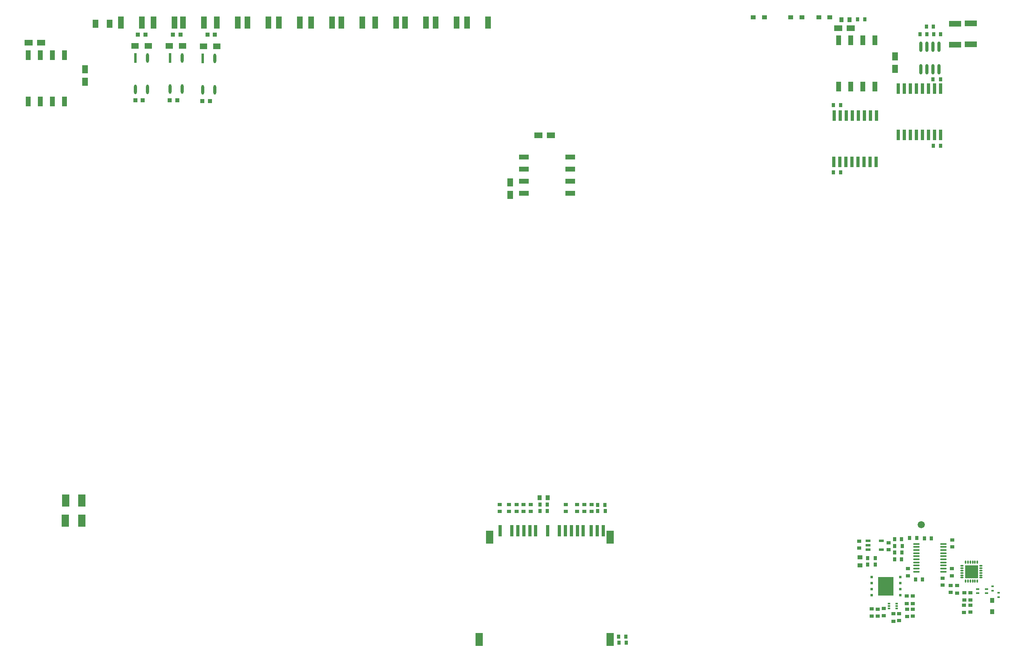
<source format=gbp>
G04*
G04 #@! TF.GenerationSoftware,Altium Limited,Altium Designer,18.1.8 (232)*
G04*
G04 Layer_Color=128*
%FSLAX25Y25*%
%MOIN*%
G70*
G01*
G75*
%ADD26R,0.04724X0.06890*%
%ADD32O,0.02362X0.07874*%
%ADD33R,0.02362X0.07874*%
%ADD34R,0.02756X0.03347*%
%ADD36R,0.03347X0.02559*%
%ADD37R,0.03347X0.02756*%
%ADD38R,0.03268X0.03937*%
%ADD40C,0.05906*%
%ADD41R,0.02559X0.03347*%
%ADD42R,0.01968X0.01575*%
%ADD48R,0.07874X0.03937*%
%ADD50R,0.06000X0.10000*%
%ADD53R,0.07087X0.04921*%
%ADD54R,0.02244X0.01181*%
%ADD66R,0.03800X0.03400*%
%ADD67R,0.06000X0.05000*%
%ADD68R,0.03937X0.03425*%
%ADD70R,0.03425X0.03937*%
%ADD78R,0.04921X0.07087*%
G04:AMPARAMS|DCode=83|XSize=29.53mil|YSize=16.54mil|CornerRadius=4.13mil|HoleSize=0mil|Usage=FLASHONLY|Rotation=0.000|XOffset=0mil|YOffset=0mil|HoleType=Round|Shape=RoundedRectangle|*
%AMROUNDEDRECTD83*
21,1,0.02953,0.00827,0,0,0.0*
21,1,0.02126,0.01654,0,0,0.0*
1,1,0.00827,0.01063,-0.00413*
1,1,0.00827,-0.01063,-0.00413*
1,1,0.00827,-0.01063,0.00413*
1,1,0.00827,0.01063,0.00413*
%
%ADD83ROUNDEDRECTD83*%
%ADD84O,0.02756X0.08661*%
%ADD85R,0.03150X0.08661*%
%ADD111R,0.02362X0.01968*%
%ADD329R,0.04724X0.10236*%
%ADD330R,0.12992X0.15354*%
%ADD331O,0.01102X0.02756*%
%ADD332R,0.10236X0.04724*%
%ADD333R,0.05906X0.11024*%
%ADD334R,0.03150X0.09252*%
%ADD335R,0.03937X0.07874*%
%ADD336O,0.05906X0.01378*%
%ADD337R,0.03937X0.03268*%
%ADD338R,0.04331X0.02362*%
%ADD339O,0.02756X0.01102*%
%ADD340R,0.10551X0.10551*%
D26*
X119095Y519783D02*
D03*
X107283D02*
D03*
D32*
X140402Y465452D02*
D03*
X150402D02*
D03*
Y491436D02*
D03*
X169106Y465552D02*
D03*
X179106D02*
D03*
Y491536D02*
D03*
X196280Y465158D02*
D03*
X206279D02*
D03*
Y491142D02*
D03*
D33*
X140402Y491436D02*
D03*
X169106Y491536D02*
D03*
X196280Y491142D02*
D03*
D34*
X546412Y7362D02*
D03*
X540309D02*
D03*
X475098Y121555D02*
D03*
X481201D02*
D03*
X475128Y116390D02*
D03*
X481231D02*
D03*
X529051D02*
D03*
X522949D02*
D03*
X723851Y396800D02*
D03*
X717749D02*
D03*
X723851Y452300D02*
D03*
X717749D02*
D03*
X743871Y523257D02*
D03*
X737769D02*
D03*
X768504Y81890D02*
D03*
X774606D02*
D03*
X768602Y87206D02*
D03*
X774705D02*
D03*
X746238Y72000D02*
D03*
X752340D02*
D03*
X746260Y77461D02*
D03*
X752362D02*
D03*
X800449Y418800D02*
D03*
X806551D02*
D03*
X800249Y473700D02*
D03*
X806351D02*
D03*
D36*
X749500Y29528D02*
D03*
Y35236D02*
D03*
X772200Y25546D02*
D03*
Y31254D02*
D03*
X783500Y29346D02*
D03*
Y35054D02*
D03*
X754400Y29446D02*
D03*
Y35154D02*
D03*
X831102Y32677D02*
D03*
Y38386D02*
D03*
X441900Y121754D02*
D03*
Y116046D02*
D03*
X449300Y121754D02*
D03*
Y116046D02*
D03*
X455700Y121754D02*
D03*
Y116046D02*
D03*
X461500Y121754D02*
D03*
Y116046D02*
D03*
X467400Y121754D02*
D03*
Y116046D02*
D03*
X496400Y121754D02*
D03*
Y116046D02*
D03*
X505905Y121752D02*
D03*
Y116043D02*
D03*
X511700Y121754D02*
D03*
Y116046D02*
D03*
X517800Y121754D02*
D03*
Y116046D02*
D03*
X763438Y89954D02*
D03*
Y84246D02*
D03*
X808071Y60827D02*
D03*
Y55118D02*
D03*
X814851Y48917D02*
D03*
Y54626D02*
D03*
X739169Y85746D02*
D03*
Y91454D02*
D03*
X816000Y92454D02*
D03*
Y86746D02*
D03*
D37*
X783300Y39849D02*
D03*
Y45951D02*
D03*
X825886Y38484D02*
D03*
Y32382D02*
D03*
X815748Y68799D02*
D03*
Y62697D02*
D03*
X759300Y35751D02*
D03*
Y29649D02*
D03*
X778500Y39845D02*
D03*
Y45947D02*
D03*
X779300Y62649D02*
D03*
Y68751D02*
D03*
X767500Y31251D02*
D03*
Y25149D02*
D03*
X819977Y48493D02*
D03*
Y54595D02*
D03*
X830969Y42766D02*
D03*
Y48869D02*
D03*
X826069Y42766D02*
D03*
Y48869D02*
D03*
X778642Y35051D02*
D03*
Y28949D02*
D03*
D38*
X849213Y32953D02*
D03*
Y42244D02*
D03*
D40*
X790300Y105000D02*
D03*
D41*
X540256Y12303D02*
D03*
X545965D02*
D03*
X528642Y121457D02*
D03*
X522933D02*
D03*
X774148Y93200D02*
D03*
X768439D02*
D03*
X768483Y76400D02*
D03*
X774192D02*
D03*
X791437Y59646D02*
D03*
X785728D02*
D03*
X780946Y93962D02*
D03*
X786654D02*
D03*
X798754Y93662D02*
D03*
X793046D02*
D03*
X806409Y511000D02*
D03*
X800700D02*
D03*
X794846Y517500D02*
D03*
X800554D02*
D03*
X789291Y511000D02*
D03*
X795000D02*
D03*
D42*
X854429Y48622D02*
D03*
Y45079D02*
D03*
X849500Y53972D02*
D03*
Y50428D02*
D03*
D48*
X500098Y409488D02*
D03*
Y399488D02*
D03*
Y389488D02*
D03*
Y379488D02*
D03*
X461909Y409488D02*
D03*
Y399488D02*
D03*
Y389488D02*
D03*
Y379488D02*
D03*
D50*
X82650Y125200D02*
D03*
X96150D02*
D03*
X82450Y108400D02*
D03*
X95950D02*
D03*
D53*
X62402Y504035D02*
D03*
X52165D02*
D03*
X721882Y516100D02*
D03*
X732118D02*
D03*
X473809Y427273D02*
D03*
X484045D02*
D03*
D54*
X763890Y35631D02*
D03*
Y37600D02*
D03*
Y39568D02*
D03*
X770110D02*
D03*
Y37600D02*
D03*
Y35631D02*
D03*
D66*
X199951Y510644D02*
D03*
X206151D02*
D03*
X171605D02*
D03*
X177805D02*
D03*
X142502D02*
D03*
X148702D02*
D03*
X140402Y456444D02*
D03*
X146602D02*
D03*
X168906Y456244D02*
D03*
X175106D02*
D03*
X195848Y455850D02*
D03*
X202048D02*
D03*
D67*
X151002Y501444D02*
D03*
X140002D02*
D03*
X179606D02*
D03*
X168606D02*
D03*
X207948Y501050D02*
D03*
X196948D02*
D03*
D68*
X739669Y78107D02*
D03*
Y71493D02*
D03*
D70*
X481555Y127264D02*
D03*
X474941D02*
D03*
X724413Y523157D02*
D03*
X731027D02*
D03*
D78*
X98846Y471735D02*
D03*
Y481972D02*
D03*
X768900Y492618D02*
D03*
Y482382D02*
D03*
X450327Y378037D02*
D03*
Y388273D02*
D03*
D83*
X844291Y48425D02*
D03*
Y51575D02*
D03*
X837205Y48425D02*
D03*
Y51575D02*
D03*
D84*
X790256Y500787D02*
D03*
X795256D02*
D03*
X800256D02*
D03*
X805256D02*
D03*
X790256Y481890D02*
D03*
X795256D02*
D03*
X800256D02*
D03*
X805256D02*
D03*
D85*
X718261Y405406D02*
D03*
X723261D02*
D03*
X753261D02*
D03*
X748261D02*
D03*
X743261D02*
D03*
X738261D02*
D03*
X733261D02*
D03*
X728261D02*
D03*
X753339Y443595D02*
D03*
X718339D02*
D03*
X723339D02*
D03*
X728339D02*
D03*
X738339D02*
D03*
X743339D02*
D03*
X748339D02*
D03*
X733339D02*
D03*
X806614Y466043D02*
D03*
X801614D02*
D03*
X771614D02*
D03*
X776614D02*
D03*
X781614D02*
D03*
X786614D02*
D03*
X791614D02*
D03*
X796614D02*
D03*
X771535Y427854D02*
D03*
X806535D02*
D03*
X801535D02*
D03*
X796535D02*
D03*
X786535D02*
D03*
X781535D02*
D03*
X776535D02*
D03*
X791535D02*
D03*
D111*
X749389Y46700D02*
D03*
Y51700D02*
D03*
Y56700D02*
D03*
Y61700D02*
D03*
X773011D02*
D03*
Y56700D02*
D03*
Y51700D02*
D03*
Y46700D02*
D03*
D329*
X179921Y520866D02*
D03*
X197244D02*
D03*
X155413D02*
D03*
X172736D02*
D03*
X207874D02*
D03*
X225197D02*
D03*
X232972D02*
D03*
X250295D02*
D03*
X259154D02*
D03*
X276476D02*
D03*
X363386D02*
D03*
X380709D02*
D03*
X338779D02*
D03*
X356102D02*
D03*
X310925D02*
D03*
X328248D02*
D03*
X285827D02*
D03*
X303150D02*
D03*
X406201D02*
D03*
X388878D02*
D03*
X432185D02*
D03*
X414862D02*
D03*
X145768D02*
D03*
X128445D02*
D03*
D330*
X761200Y54200D02*
D03*
D331*
X831004Y58268D02*
D03*
X832973D02*
D03*
X836909D02*
D03*
X834941D02*
D03*
X829035D02*
D03*
X827067D02*
D03*
Y74016D02*
D03*
X829035D02*
D03*
X831004D02*
D03*
X832973D02*
D03*
X834941D02*
D03*
X836909D02*
D03*
D332*
X831299Y502559D02*
D03*
Y519882D02*
D03*
X818331Y502264D02*
D03*
Y519587D02*
D03*
D333*
X424832Y9939D02*
D03*
X533100D02*
D03*
X433454Y94585D02*
D03*
X533100D02*
D03*
D334*
X522470Y99998D02*
D03*
X527391D02*
D03*
X481447D02*
D03*
X456801D02*
D03*
X451880D02*
D03*
X442037D02*
D03*
X491250D02*
D03*
X510659D02*
D03*
X517352D02*
D03*
X461722D02*
D03*
X466643D02*
D03*
X471565D02*
D03*
X496171D02*
D03*
X501092D02*
D03*
X506013D02*
D03*
D335*
X81846Y455441D02*
D03*
X71846D02*
D03*
X61846D02*
D03*
X51846D02*
D03*
X81846Y493630D02*
D03*
X71846D02*
D03*
X61846D02*
D03*
X51846D02*
D03*
X722100Y505895D02*
D03*
X732100D02*
D03*
X742100D02*
D03*
X752100D02*
D03*
X722100Y467705D02*
D03*
X732100D02*
D03*
X742100D02*
D03*
X752100D02*
D03*
D336*
X786480Y66115D02*
D03*
Y68674D02*
D03*
Y71233D02*
D03*
Y73792D02*
D03*
Y76351D02*
D03*
Y78910D02*
D03*
Y81469D02*
D03*
Y84028D02*
D03*
Y86587D02*
D03*
Y89147D02*
D03*
X808920Y66115D02*
D03*
Y68674D02*
D03*
Y71233D02*
D03*
Y73792D02*
D03*
Y76351D02*
D03*
Y78910D02*
D03*
Y81469D02*
D03*
Y84028D02*
D03*
Y86587D02*
D03*
Y89147D02*
D03*
D337*
X691850Y524902D02*
D03*
X682559D02*
D03*
X651358D02*
D03*
X660650D02*
D03*
X705619D02*
D03*
X714910D02*
D03*
D338*
X746426Y84260D02*
D03*
Y88000D02*
D03*
Y91740D02*
D03*
X757450D02*
D03*
Y84260D02*
D03*
D339*
X824114Y61221D02*
D03*
Y63189D02*
D03*
Y65158D02*
D03*
Y67126D02*
D03*
Y69095D02*
D03*
Y71063D02*
D03*
X839862D02*
D03*
Y69095D02*
D03*
Y67126D02*
D03*
Y65158D02*
D03*
Y63189D02*
D03*
Y61221D02*
D03*
D340*
X831988Y66142D02*
D03*
M02*

</source>
